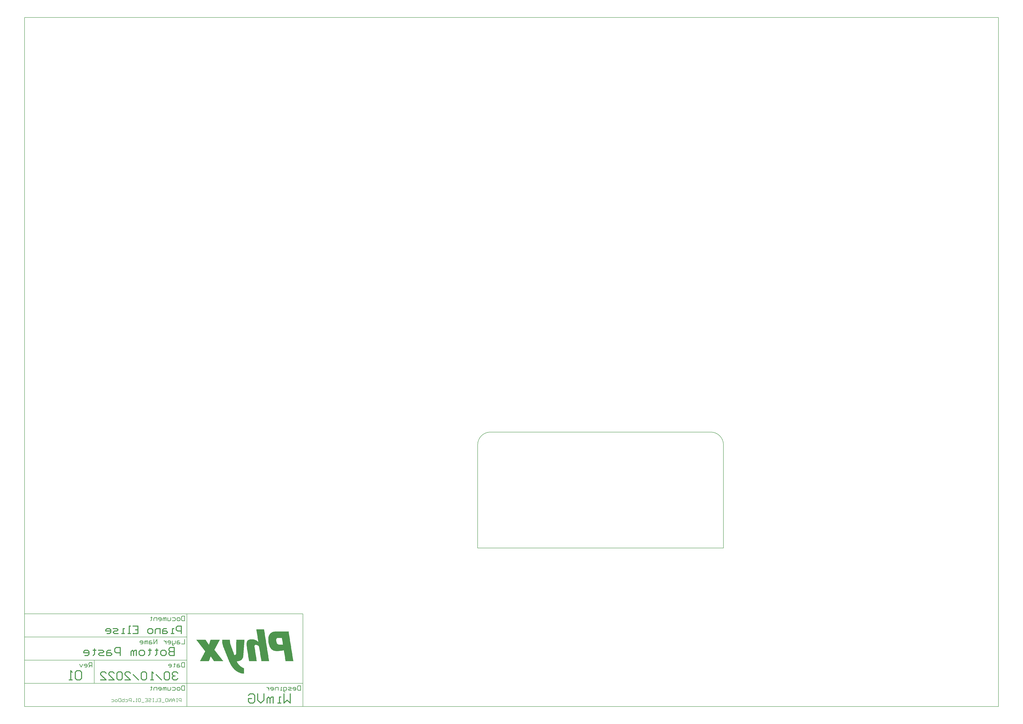
<source format=gbp>
G04*
G04 #@! TF.GenerationSoftware,Altium Limited,Altium Designer,22.10.1 (41)*
G04*
G04 Layer_Color=128*
%FSLAX25Y25*%
%MOIN*%
G70*
G04*
G04 #@! TF.SameCoordinates,8BAF8B8E-E321-4B2E-8998-6E6DE7EF2018*
G04*
G04*
G04 #@! TF.FilePolarity,Positive*
G04*
G01*
G75*
%ADD10C,0.00787*%
%ADD11C,0.00591*%
%ADD15C,0.01575*%
%ADD19C,0.00984*%
G36*
X-42265Y-141778D02*
X-43983D01*
Y-142065D01*
X-44842D01*
Y-142351D01*
X-45701D01*
Y-142637D01*
X-46560D01*
Y-142924D01*
X-47132D01*
Y-143210D01*
X-47419D01*
Y-143496D01*
X-47991D01*
Y-143783D01*
X-48278D01*
Y-144069D01*
X-48850D01*
Y-144355D01*
X-49136D01*
Y-144641D01*
X-49423D01*
Y-144928D01*
X-49709D01*
Y-145214D01*
X-49995D01*
Y-145501D01*
X-50282D01*
Y-145787D01*
X-50568D01*
Y-146073D01*
Y-146359D01*
X-50854D01*
Y-146646D01*
X-51141D01*
Y-146932D01*
Y-147218D01*
X-51427D01*
Y-147505D01*
X-51713D01*
Y-147791D01*
Y-148077D01*
X-52000D01*
Y-148364D01*
Y-148650D01*
Y-148936D01*
X-52286D01*
Y-149223D01*
Y-149509D01*
Y-149795D01*
X-52572D01*
Y-150082D01*
Y-150368D01*
Y-150654D01*
Y-150940D01*
X-52859D01*
Y-151227D01*
Y-151513D01*
Y-151799D01*
Y-152086D01*
Y-152372D01*
X-53145D01*
Y-152658D01*
Y-152945D01*
Y-153231D01*
Y-153517D01*
Y-153804D01*
Y-154090D01*
Y-154376D01*
Y-154663D01*
Y-154949D01*
Y-155235D01*
Y-155521D01*
Y-155808D01*
Y-156094D01*
Y-156380D01*
Y-156667D01*
Y-156953D01*
Y-157239D01*
Y-157526D01*
Y-157812D01*
Y-158098D01*
X-52859D01*
Y-158385D01*
Y-158671D01*
Y-158957D01*
Y-159244D01*
Y-159530D01*
Y-159816D01*
Y-160102D01*
X-52572D01*
Y-160389D01*
Y-160675D01*
Y-160961D01*
Y-161248D01*
Y-161534D01*
X-52286D01*
Y-161820D01*
Y-162107D01*
Y-162393D01*
Y-162679D01*
Y-162966D01*
X-52000D01*
Y-163252D01*
Y-163538D01*
Y-163824D01*
X-51713D01*
Y-164111D01*
Y-164397D01*
Y-164683D01*
Y-164970D01*
X-51427D01*
Y-165256D01*
Y-165542D01*
Y-165829D01*
X-51141D01*
Y-166115D01*
Y-166401D01*
X-50854D01*
Y-166688D01*
Y-166974D01*
Y-167260D01*
X-50568D01*
Y-167547D01*
Y-167833D01*
X-50282D01*
Y-168119D01*
Y-168405D01*
X-49995D01*
Y-168692D01*
Y-168978D01*
X-49709D01*
Y-169264D01*
X-49423D01*
Y-169551D01*
Y-169837D01*
X-49136D01*
Y-170123D01*
X-48850D01*
Y-170410D01*
X-48564D01*
Y-170696D01*
Y-170982D01*
X-48278D01*
Y-171269D01*
X-47991D01*
Y-171555D01*
X-47705D01*
Y-171841D01*
X-47419D01*
Y-172127D01*
X-47132D01*
Y-172414D01*
X-46560D01*
Y-172700D01*
X-46273D01*
Y-172986D01*
X-45701D01*
Y-173273D01*
X-45414D01*
Y-173559D01*
X-44842D01*
Y-173845D01*
X-43983D01*
Y-174132D01*
X-43124D01*
Y-174418D01*
X-42265D01*
Y-174704D01*
X-40547D01*
Y-174991D01*
X-35394D01*
Y-174704D01*
X-32817D01*
Y-174418D01*
X-30812D01*
Y-174132D01*
X-29381D01*
Y-173845D01*
X-27949D01*
Y-173559D01*
X-26518D01*
Y-173845D01*
Y-174132D01*
Y-174418D01*
Y-174704D01*
Y-174991D01*
Y-175277D01*
Y-175563D01*
X-26232D01*
Y-175850D01*
Y-176136D01*
Y-176422D01*
Y-176709D01*
Y-176995D01*
Y-177281D01*
X-25945D01*
Y-177568D01*
Y-177854D01*
Y-178140D01*
Y-178426D01*
Y-178713D01*
Y-178999D01*
X-25659D01*
Y-179285D01*
Y-179572D01*
Y-179858D01*
Y-180144D01*
Y-180431D01*
Y-180717D01*
Y-181003D01*
X-25372D01*
Y-181290D01*
Y-181576D01*
Y-181862D01*
Y-182149D01*
Y-182435D01*
Y-182721D01*
X-25086D01*
Y-183007D01*
Y-183294D01*
Y-183580D01*
Y-183866D01*
Y-184153D01*
Y-184439D01*
X-24800D01*
Y-184725D01*
Y-185012D01*
Y-185298D01*
Y-185584D01*
Y-185871D01*
Y-186157D01*
Y-186443D01*
X-24514D01*
Y-186730D01*
Y-187016D01*
Y-187302D01*
Y-187588D01*
Y-187875D01*
Y-188161D01*
X-24227D01*
Y-188447D01*
Y-188734D01*
Y-189020D01*
Y-189306D01*
Y-189593D01*
Y-189879D01*
X-23941D01*
Y-190165D01*
Y-190452D01*
Y-190738D01*
Y-191024D01*
Y-191311D01*
Y-191597D01*
Y-191883D01*
X-10484D01*
Y-191597D01*
X-10771D01*
Y-191311D01*
Y-191024D01*
Y-190738D01*
Y-190452D01*
Y-190165D01*
X-11057D01*
Y-189879D01*
Y-189593D01*
Y-189306D01*
Y-189020D01*
Y-188734D01*
Y-188447D01*
Y-188161D01*
X-11343D01*
Y-187875D01*
Y-187588D01*
Y-187302D01*
Y-187016D01*
Y-186730D01*
Y-186443D01*
X-11630D01*
Y-186157D01*
Y-185871D01*
Y-185584D01*
Y-185298D01*
Y-185012D01*
Y-184725D01*
X-11916D01*
Y-184439D01*
Y-184153D01*
Y-183866D01*
Y-183580D01*
Y-183294D01*
Y-183007D01*
Y-182721D01*
X-12202D01*
Y-182435D01*
Y-182149D01*
Y-181862D01*
Y-181576D01*
Y-181290D01*
Y-181003D01*
X-12488D01*
Y-180717D01*
Y-180431D01*
Y-180144D01*
Y-179858D01*
Y-179572D01*
Y-179285D01*
X-12775D01*
Y-178999D01*
Y-178713D01*
Y-178426D01*
Y-178140D01*
Y-177854D01*
Y-177568D01*
X-13061D01*
Y-177281D01*
Y-176995D01*
Y-176709D01*
Y-176422D01*
Y-176136D01*
Y-175850D01*
Y-175563D01*
X-13347D01*
Y-175277D01*
Y-174991D01*
Y-174704D01*
Y-174418D01*
Y-174132D01*
Y-173845D01*
X-13634D01*
Y-173559D01*
Y-173273D01*
Y-172986D01*
Y-172700D01*
Y-172414D01*
Y-172127D01*
X-13920D01*
Y-171841D01*
Y-171555D01*
Y-171269D01*
Y-170982D01*
Y-170696D01*
Y-170410D01*
X-14206D01*
Y-170123D01*
Y-169837D01*
Y-169551D01*
Y-169264D01*
Y-168978D01*
Y-168692D01*
Y-168405D01*
X-14493D01*
Y-168119D01*
Y-167833D01*
Y-167547D01*
Y-167260D01*
Y-166974D01*
Y-166688D01*
X-14779D01*
Y-166401D01*
Y-166115D01*
Y-165829D01*
Y-165542D01*
Y-165256D01*
Y-164970D01*
X-15065D01*
Y-164683D01*
Y-164397D01*
Y-164111D01*
Y-163824D01*
Y-163538D01*
Y-163252D01*
Y-162966D01*
X-15352D01*
Y-162679D01*
Y-162393D01*
Y-162107D01*
Y-161820D01*
Y-161534D01*
Y-161248D01*
X-15638D01*
Y-160961D01*
Y-160675D01*
Y-160389D01*
Y-160102D01*
Y-159816D01*
Y-159530D01*
X-15924D01*
Y-159244D01*
Y-158957D01*
Y-158671D01*
Y-158385D01*
Y-158098D01*
Y-157812D01*
X-16210D01*
Y-157526D01*
Y-157239D01*
Y-156953D01*
Y-156667D01*
Y-156380D01*
Y-156094D01*
Y-155808D01*
X-16497D01*
Y-155521D01*
Y-155235D01*
Y-154949D01*
Y-154663D01*
Y-154376D01*
Y-154090D01*
X-16783D01*
Y-153804D01*
Y-153517D01*
Y-153231D01*
Y-152945D01*
Y-152658D01*
Y-152372D01*
X-17069D01*
Y-152086D01*
Y-151799D01*
Y-151513D01*
Y-151227D01*
Y-150940D01*
Y-150654D01*
Y-150368D01*
X-17356D01*
Y-150082D01*
Y-149795D01*
Y-149509D01*
Y-149223D01*
Y-148936D01*
Y-148650D01*
X-17642D01*
Y-148364D01*
Y-148077D01*
Y-147791D01*
Y-147505D01*
Y-147218D01*
Y-146932D01*
X-17928D01*
Y-146646D01*
Y-146359D01*
Y-146073D01*
Y-145787D01*
Y-145501D01*
Y-145214D01*
Y-144928D01*
X-18215D01*
Y-144641D01*
Y-144355D01*
Y-144069D01*
Y-143783D01*
Y-143496D01*
Y-143210D01*
X-18501D01*
Y-142924D01*
Y-142637D01*
Y-142351D01*
Y-142065D01*
Y-141778D01*
Y-141492D01*
X-42265D01*
Y-141778D01*
D02*
G37*
G36*
X-73473Y-138343D02*
Y-138629D01*
X-73187D01*
Y-138915D01*
Y-139202D01*
Y-139488D01*
Y-139774D01*
Y-140060D01*
Y-140347D01*
X-72900D01*
Y-140633D01*
Y-140919D01*
Y-141206D01*
Y-141492D01*
Y-141778D01*
Y-142065D01*
X-72614D01*
Y-142351D01*
Y-142637D01*
Y-142924D01*
Y-143210D01*
Y-143496D01*
Y-143783D01*
Y-144069D01*
X-72328D01*
Y-144355D01*
Y-144641D01*
Y-144928D01*
Y-145214D01*
Y-145501D01*
Y-145787D01*
X-72041D01*
Y-146073D01*
Y-146359D01*
Y-146646D01*
Y-146932D01*
Y-147218D01*
Y-147505D01*
X-71755D01*
Y-147791D01*
Y-148077D01*
Y-148364D01*
Y-148650D01*
Y-148936D01*
Y-149223D01*
Y-149509D01*
X-71469D01*
Y-149795D01*
Y-150082D01*
Y-150368D01*
Y-150654D01*
Y-150940D01*
Y-151227D01*
X-71183D01*
Y-151513D01*
Y-151799D01*
Y-152086D01*
Y-152372D01*
Y-152658D01*
Y-152945D01*
X-70896D01*
Y-153231D01*
Y-153517D01*
Y-153804D01*
Y-154090D01*
Y-154376D01*
Y-154663D01*
X-70610D01*
Y-154949D01*
Y-155235D01*
Y-155521D01*
Y-155808D01*
Y-156094D01*
Y-156380D01*
Y-156667D01*
X-70324D01*
Y-156953D01*
Y-157239D01*
Y-157526D01*
Y-157812D01*
Y-158098D01*
Y-158385D01*
X-70037D01*
Y-158671D01*
Y-158957D01*
X-70610D01*
Y-158671D01*
X-70896D01*
Y-158385D01*
X-71183D01*
Y-158098D01*
X-71755D01*
Y-157812D01*
X-72041D01*
Y-157526D01*
X-72328D01*
Y-157239D01*
X-72900D01*
Y-156953D01*
X-73473D01*
Y-156667D01*
X-73759D01*
Y-156380D01*
X-74332D01*
Y-156094D01*
X-75191D01*
Y-155808D01*
X-75764D01*
Y-155521D01*
X-76622D01*
Y-155235D01*
X-78054D01*
Y-154949D01*
X-84353D01*
Y-155235D01*
X-85498D01*
Y-155521D01*
X-86357D01*
Y-155808D01*
X-86930D01*
Y-156094D01*
X-87216D01*
Y-156380D01*
X-87789D01*
Y-156667D01*
X-88075D01*
Y-156953D01*
X-88361D01*
Y-157239D01*
X-88648D01*
Y-157526D01*
X-88934D01*
Y-157812D01*
Y-158098D01*
X-89220D01*
Y-158385D01*
Y-158671D01*
X-89507D01*
Y-158957D01*
Y-159244D01*
Y-159530D01*
X-89793D01*
Y-159816D01*
Y-160102D01*
Y-160389D01*
Y-160675D01*
X-90079D01*
Y-160961D01*
Y-161248D01*
Y-161534D01*
Y-161820D01*
Y-162107D01*
Y-162393D01*
Y-162679D01*
Y-162966D01*
Y-163252D01*
Y-163538D01*
Y-163824D01*
Y-164111D01*
Y-164397D01*
Y-164683D01*
Y-164970D01*
Y-165256D01*
Y-165542D01*
Y-165829D01*
X-89793D01*
Y-166115D01*
Y-166401D01*
Y-166688D01*
Y-166974D01*
Y-167260D01*
Y-167547D01*
Y-167833D01*
X-89507D01*
Y-168119D01*
Y-168405D01*
Y-168692D01*
Y-168978D01*
Y-169264D01*
Y-169551D01*
Y-169837D01*
X-89220D01*
Y-170123D01*
Y-170410D01*
Y-170696D01*
Y-170982D01*
Y-171269D01*
Y-171555D01*
X-88934D01*
Y-171841D01*
Y-172127D01*
Y-172414D01*
Y-172700D01*
Y-172986D01*
Y-173273D01*
X-88648D01*
Y-173559D01*
Y-173845D01*
Y-174132D01*
Y-174418D01*
Y-174704D01*
Y-174991D01*
X-88361D01*
Y-175277D01*
Y-175563D01*
Y-175850D01*
Y-176136D01*
Y-176422D01*
Y-176709D01*
Y-176995D01*
X-88075D01*
Y-177281D01*
Y-177568D01*
Y-177854D01*
Y-178140D01*
Y-178426D01*
Y-178713D01*
X-87789D01*
Y-178999D01*
Y-179285D01*
Y-179572D01*
Y-179858D01*
Y-180144D01*
Y-180431D01*
X-87502D01*
Y-180717D01*
Y-181003D01*
Y-181290D01*
Y-181576D01*
Y-181862D01*
Y-182149D01*
Y-182435D01*
X-87216D01*
Y-182721D01*
Y-183007D01*
Y-183294D01*
Y-183580D01*
Y-183866D01*
Y-184153D01*
X-86930D01*
Y-184439D01*
Y-184725D01*
Y-185012D01*
Y-185298D01*
Y-185584D01*
Y-185871D01*
X-86643D01*
Y-186157D01*
Y-186443D01*
Y-186730D01*
Y-187016D01*
Y-187302D01*
Y-187588D01*
X-86357D01*
Y-187875D01*
Y-188161D01*
Y-188447D01*
Y-188734D01*
Y-189020D01*
Y-189306D01*
Y-189593D01*
X-86071D01*
Y-189879D01*
Y-190165D01*
Y-190452D01*
Y-190738D01*
Y-191024D01*
Y-191311D01*
X-85785D01*
Y-191597D01*
Y-191883D01*
X-72614D01*
Y-191597D01*
Y-191311D01*
X-72900D01*
Y-191024D01*
Y-190738D01*
Y-190452D01*
Y-190165D01*
Y-189879D01*
Y-189593D01*
X-73187D01*
Y-189306D01*
Y-189020D01*
Y-188734D01*
Y-188447D01*
Y-188161D01*
Y-187875D01*
Y-187588D01*
X-73473D01*
Y-187302D01*
Y-187016D01*
Y-186730D01*
Y-186443D01*
Y-186157D01*
Y-185871D01*
X-73759D01*
Y-185584D01*
Y-185298D01*
Y-185012D01*
Y-184725D01*
Y-184439D01*
Y-184153D01*
X-74046D01*
Y-183866D01*
Y-183580D01*
Y-183294D01*
Y-183007D01*
Y-182721D01*
Y-182435D01*
Y-182149D01*
X-74332D01*
Y-181862D01*
Y-181576D01*
Y-181290D01*
Y-181003D01*
Y-180717D01*
Y-180431D01*
X-74618D01*
Y-180144D01*
Y-179858D01*
Y-179572D01*
Y-179285D01*
Y-178999D01*
Y-178713D01*
Y-178426D01*
X-74905D01*
Y-178140D01*
Y-177854D01*
Y-177568D01*
Y-177281D01*
Y-176995D01*
Y-176709D01*
X-75191D01*
Y-176422D01*
Y-176136D01*
Y-175850D01*
Y-175563D01*
Y-175277D01*
Y-174991D01*
X-75477D01*
Y-174704D01*
Y-174418D01*
Y-174132D01*
Y-173845D01*
Y-173559D01*
Y-173273D01*
X-75764D01*
Y-172986D01*
Y-172700D01*
Y-172414D01*
Y-172127D01*
Y-171841D01*
Y-171555D01*
Y-171269D01*
X-76050D01*
Y-170982D01*
Y-170696D01*
Y-170410D01*
Y-170123D01*
Y-169837D01*
Y-169551D01*
X-76336D01*
Y-169264D01*
Y-168978D01*
Y-168692D01*
Y-168405D01*
Y-168119D01*
Y-167833D01*
Y-167547D01*
X-76622D01*
Y-167260D01*
Y-166974D01*
Y-166688D01*
Y-166401D01*
Y-166115D01*
Y-165829D01*
X-76336D01*
Y-165542D01*
Y-165256D01*
X-76050D01*
Y-164970D01*
X-75764D01*
Y-164683D01*
X-75191D01*
Y-164397D01*
X-73473D01*
Y-164683D01*
X-72041D01*
Y-164970D01*
X-71183D01*
Y-165256D01*
X-70610D01*
Y-165542D01*
X-70324D01*
Y-165829D01*
X-69751D01*
Y-166115D01*
X-69465D01*
Y-166401D01*
X-69178D01*
Y-166688D01*
Y-166974D01*
X-68892D01*
Y-167260D01*
Y-167547D01*
Y-167833D01*
X-68606D01*
Y-168119D01*
Y-168405D01*
Y-168692D01*
Y-168978D01*
Y-169264D01*
Y-169551D01*
X-68319D01*
Y-169837D01*
Y-170123D01*
Y-170410D01*
Y-170696D01*
Y-170982D01*
Y-171269D01*
Y-171555D01*
X-68033D01*
Y-171841D01*
Y-172127D01*
Y-172414D01*
Y-172700D01*
Y-172986D01*
Y-173273D01*
X-67747D01*
Y-173559D01*
Y-173845D01*
Y-174132D01*
Y-174418D01*
Y-174704D01*
Y-174991D01*
X-67461D01*
Y-175277D01*
Y-175563D01*
Y-175850D01*
Y-176136D01*
Y-176422D01*
Y-176709D01*
X-67174D01*
Y-176995D01*
Y-177281D01*
Y-177568D01*
Y-177854D01*
Y-178140D01*
Y-178426D01*
Y-178713D01*
X-66888D01*
Y-178999D01*
Y-179285D01*
Y-179572D01*
Y-179858D01*
Y-180144D01*
Y-180431D01*
X-66602D01*
Y-180717D01*
Y-181003D01*
Y-181290D01*
Y-181576D01*
Y-181862D01*
Y-182149D01*
X-66315D01*
Y-182435D01*
Y-182721D01*
Y-183007D01*
Y-183294D01*
Y-183580D01*
Y-183866D01*
Y-184153D01*
X-66029D01*
Y-184439D01*
Y-184725D01*
Y-185012D01*
Y-185298D01*
Y-185584D01*
Y-185871D01*
X-65743D01*
Y-186157D01*
Y-186443D01*
Y-186730D01*
Y-187016D01*
Y-187302D01*
Y-187588D01*
X-65456D01*
Y-187875D01*
Y-188161D01*
Y-188447D01*
Y-188734D01*
Y-189020D01*
Y-189306D01*
X-65170D01*
Y-189593D01*
Y-189879D01*
Y-190165D01*
Y-190452D01*
Y-190738D01*
Y-191024D01*
Y-191311D01*
X-64884D01*
Y-191597D01*
Y-191883D01*
X-51713D01*
Y-191597D01*
Y-191311D01*
X-52000D01*
Y-191024D01*
Y-190738D01*
Y-190452D01*
Y-190165D01*
Y-189879D01*
Y-189593D01*
Y-189306D01*
X-52286D01*
Y-189020D01*
Y-188734D01*
Y-188447D01*
Y-188161D01*
Y-187875D01*
Y-187588D01*
X-52572D01*
Y-187302D01*
Y-187016D01*
Y-186730D01*
Y-186443D01*
Y-186157D01*
Y-185871D01*
X-52859D01*
Y-185584D01*
Y-185298D01*
Y-185012D01*
Y-184725D01*
Y-184439D01*
Y-184153D01*
Y-183866D01*
X-53145D01*
Y-183580D01*
Y-183294D01*
Y-183007D01*
Y-182721D01*
Y-182435D01*
Y-182149D01*
X-53431D01*
Y-181862D01*
Y-181576D01*
Y-181290D01*
Y-181003D01*
Y-180717D01*
Y-180431D01*
X-53717D01*
Y-180144D01*
Y-179858D01*
Y-179572D01*
Y-179285D01*
Y-178999D01*
Y-178713D01*
X-54004D01*
Y-178426D01*
Y-178140D01*
Y-177854D01*
Y-177568D01*
Y-177281D01*
Y-176995D01*
Y-176709D01*
X-54290D01*
Y-176422D01*
Y-176136D01*
Y-175850D01*
Y-175563D01*
Y-175277D01*
Y-174991D01*
X-54576D01*
Y-174704D01*
Y-174418D01*
Y-174132D01*
Y-173845D01*
Y-173559D01*
Y-173273D01*
X-54863D01*
Y-172986D01*
Y-172700D01*
Y-172414D01*
Y-172127D01*
Y-171841D01*
Y-171555D01*
Y-171269D01*
X-55149D01*
Y-170982D01*
Y-170696D01*
Y-170410D01*
Y-170123D01*
Y-169837D01*
Y-169551D01*
X-55435D01*
Y-169264D01*
Y-168978D01*
Y-168692D01*
Y-168405D01*
Y-168119D01*
Y-167833D01*
X-55722D01*
Y-167547D01*
Y-167260D01*
Y-166974D01*
Y-166688D01*
Y-166401D01*
Y-166115D01*
X-56008D01*
Y-165829D01*
Y-165542D01*
Y-165256D01*
Y-164970D01*
Y-164683D01*
Y-164397D01*
Y-164111D01*
X-56294D01*
Y-163824D01*
Y-163538D01*
Y-163252D01*
Y-162966D01*
Y-162679D01*
Y-162393D01*
X-56581D01*
Y-162107D01*
Y-161820D01*
Y-161534D01*
Y-161248D01*
Y-160961D01*
Y-160675D01*
X-56867D01*
Y-160389D01*
Y-160102D01*
Y-159816D01*
Y-159530D01*
Y-159244D01*
Y-158957D01*
X-57153D01*
Y-158671D01*
Y-158385D01*
Y-158098D01*
Y-157812D01*
Y-157526D01*
Y-157239D01*
Y-156953D01*
X-57440D01*
Y-156667D01*
Y-156380D01*
Y-156094D01*
Y-155808D01*
Y-155521D01*
Y-155235D01*
X-57726D01*
Y-154949D01*
Y-154663D01*
Y-154376D01*
Y-154090D01*
Y-153804D01*
Y-153517D01*
X-58012D01*
Y-153231D01*
Y-152945D01*
Y-152658D01*
Y-152372D01*
Y-152086D01*
Y-151799D01*
Y-151513D01*
X-58298D01*
Y-151227D01*
Y-150940D01*
Y-150654D01*
Y-150368D01*
Y-150082D01*
Y-149795D01*
X-58585D01*
Y-149509D01*
Y-149223D01*
Y-148936D01*
Y-148650D01*
Y-148364D01*
Y-148077D01*
X-58871D01*
Y-147791D01*
Y-147505D01*
Y-147218D01*
Y-146932D01*
Y-146646D01*
Y-146359D01*
X-59157D01*
Y-146073D01*
Y-145787D01*
Y-145501D01*
Y-145214D01*
Y-144928D01*
Y-144641D01*
Y-144355D01*
X-59444D01*
Y-144069D01*
Y-143783D01*
Y-143496D01*
Y-143210D01*
Y-142924D01*
Y-142637D01*
X-59730D01*
Y-142351D01*
Y-142065D01*
Y-141778D01*
Y-141492D01*
Y-141206D01*
Y-140919D01*
X-60016D01*
Y-140633D01*
Y-140347D01*
Y-140060D01*
Y-139774D01*
Y-139488D01*
Y-139202D01*
Y-138915D01*
X-60303D01*
Y-138629D01*
Y-138343D01*
Y-138056D01*
X-73473D01*
Y-138343D01*
D02*
G37*
G36*
X-175400Y-155808D02*
X-175114D01*
Y-156094D01*
X-174828D01*
Y-156380D01*
Y-156667D01*
X-174541D01*
Y-156953D01*
X-174255D01*
Y-157239D01*
X-173969D01*
Y-157526D01*
Y-157812D01*
X-173683D01*
Y-158098D01*
X-173396D01*
Y-158385D01*
X-173110D01*
Y-158671D01*
X-172824D01*
Y-158957D01*
Y-159244D01*
X-172537D01*
Y-159530D01*
X-172251D01*
Y-159816D01*
X-171965D01*
Y-160102D01*
Y-160389D01*
X-171678D01*
Y-160675D01*
X-171392D01*
Y-160961D01*
X-171106D01*
Y-161248D01*
X-170819D01*
Y-161534D01*
Y-161820D01*
X-170533D01*
Y-162107D01*
X-170247D01*
Y-162393D01*
X-169960D01*
Y-162679D01*
Y-162966D01*
X-169674D01*
Y-163252D01*
X-169388D01*
Y-163538D01*
X-169102D01*
Y-163824D01*
Y-164111D01*
X-168815D01*
Y-164397D01*
X-168529D01*
Y-164683D01*
X-168243D01*
Y-164970D01*
X-167956D01*
Y-165256D01*
Y-165542D01*
X-167670D01*
Y-165829D01*
X-167384D01*
Y-166115D01*
X-167097D01*
Y-166401D01*
Y-166688D01*
X-166811D01*
Y-166974D01*
X-166525D01*
Y-167260D01*
X-166238D01*
Y-167547D01*
Y-167833D01*
X-165952D01*
Y-168119D01*
X-165666D01*
Y-168405D01*
X-165380D01*
Y-168692D01*
X-165093D01*
Y-168978D01*
Y-169264D01*
X-164807D01*
Y-169551D01*
X-164521D01*
Y-169837D01*
X-164234D01*
Y-170123D01*
Y-170410D01*
X-163948D01*
Y-170696D01*
X-163662D01*
Y-170982D01*
X-163375D01*
Y-171269D01*
Y-171555D01*
X-163089D01*
Y-171841D01*
X-162803D01*
Y-172127D01*
X-162516D01*
Y-172414D01*
X-162230D01*
Y-172700D01*
Y-172986D01*
X-161944D01*
Y-173273D01*
X-161657D01*
Y-173559D01*
X-161371D01*
Y-173845D01*
Y-174132D01*
X-161085D01*
Y-174418D01*
X-160799D01*
Y-174704D01*
X-160512D01*
Y-174991D01*
X-160226D01*
Y-175277D01*
Y-175563D01*
X-160512D01*
Y-175850D01*
Y-176136D01*
X-160799D01*
Y-176422D01*
Y-176709D01*
X-161085D01*
Y-176995D01*
X-161371D01*
Y-177281D01*
Y-177568D01*
X-161657D01*
Y-177854D01*
Y-178140D01*
X-161944D01*
Y-178426D01*
Y-178713D01*
X-162230D01*
Y-178999D01*
Y-179285D01*
X-162516D01*
Y-179572D01*
Y-179858D01*
X-162803D01*
Y-180144D01*
Y-180431D01*
X-163089D01*
Y-180717D01*
Y-181003D01*
X-163375D01*
Y-181290D01*
Y-181576D01*
X-163662D01*
Y-181862D01*
X-163948D01*
Y-182149D01*
Y-182435D01*
X-164234D01*
Y-182721D01*
Y-183007D01*
X-164521D01*
Y-183294D01*
Y-183580D01*
X-164807D01*
Y-183866D01*
Y-184153D01*
X-165093D01*
Y-184439D01*
Y-184725D01*
X-165380D01*
Y-185012D01*
Y-185298D01*
X-165666D01*
Y-185584D01*
Y-185871D01*
X-165952D01*
Y-186157D01*
X-166238D01*
Y-186443D01*
Y-186730D01*
X-166525D01*
Y-187016D01*
Y-187302D01*
X-166811D01*
Y-187588D01*
Y-187875D01*
X-167097D01*
Y-188161D01*
Y-188447D01*
X-167384D01*
Y-188734D01*
Y-189020D01*
X-167670D01*
Y-189306D01*
Y-189593D01*
X-167956D01*
Y-189879D01*
Y-190165D01*
X-168243D01*
Y-190452D01*
X-168529D01*
Y-190738D01*
Y-191024D01*
X-168815D01*
Y-191311D01*
Y-191597D01*
X-169102D01*
Y-191883D01*
X-153927D01*
Y-191597D01*
X-153641D01*
Y-191311D01*
Y-191024D01*
Y-190738D01*
X-153354D01*
Y-190452D01*
Y-190165D01*
Y-189879D01*
X-153068D01*
Y-189593D01*
Y-189306D01*
X-152782D01*
Y-189020D01*
Y-188734D01*
Y-188447D01*
X-152495D01*
Y-188161D01*
Y-187875D01*
Y-187588D01*
X-152209D01*
Y-187302D01*
Y-187016D01*
X-151923D01*
Y-186730D01*
Y-186443D01*
Y-186157D01*
X-151637D01*
Y-185871D01*
Y-185584D01*
Y-185298D01*
X-151350D01*
Y-185012D01*
Y-184725D01*
Y-184439D01*
X-151064D01*
Y-184153D01*
X-150491D01*
Y-184439D01*
Y-184725D01*
X-150205D01*
Y-185012D01*
X-149919D01*
Y-185298D01*
Y-185584D01*
X-149632D01*
Y-185871D01*
X-149346D01*
Y-186157D01*
Y-186443D01*
X-149060D01*
Y-186730D01*
X-148773D01*
Y-187016D01*
Y-187302D01*
X-148487D01*
Y-187588D01*
X-148201D01*
Y-187875D01*
X-147914D01*
Y-188161D01*
Y-188447D01*
X-147628D01*
Y-188734D01*
X-147342D01*
Y-189020D01*
Y-189306D01*
X-147055D01*
Y-189593D01*
X-146769D01*
Y-189879D01*
Y-190165D01*
X-146483D01*
Y-190452D01*
X-146196D01*
Y-190738D01*
Y-191024D01*
X-145910D01*
Y-191311D01*
X-145624D01*
Y-191597D01*
Y-191883D01*
X-129590D01*
Y-191597D01*
X-129877D01*
Y-191311D01*
X-130163D01*
Y-191024D01*
X-130449D01*
Y-190738D01*
X-130736D01*
Y-190452D01*
Y-190165D01*
X-131022D01*
Y-189879D01*
X-131308D01*
Y-189593D01*
X-131595D01*
Y-189306D01*
X-131881D01*
Y-189020D01*
Y-188734D01*
X-132167D01*
Y-188447D01*
X-132454D01*
Y-188161D01*
X-132740D01*
Y-187875D01*
Y-187588D01*
X-133026D01*
Y-187302D01*
X-133312D01*
Y-187016D01*
X-133599D01*
Y-186730D01*
X-133885D01*
Y-186443D01*
Y-186157D01*
X-134171D01*
Y-185871D01*
X-134458D01*
Y-185584D01*
X-134744D01*
Y-185298D01*
X-135030D01*
Y-185012D01*
Y-184725D01*
X-135317D01*
Y-184439D01*
X-135603D01*
Y-184153D01*
X-135889D01*
Y-183866D01*
Y-183580D01*
X-136176D01*
Y-183294D01*
X-136462D01*
Y-183007D01*
X-136748D01*
Y-182721D01*
X-137034D01*
Y-182435D01*
Y-182149D01*
X-137321D01*
Y-181862D01*
X-137607D01*
Y-181576D01*
X-137893D01*
Y-181290D01*
Y-181003D01*
X-138180D01*
Y-180717D01*
X-138466D01*
Y-180431D01*
X-138752D01*
Y-180144D01*
X-139039D01*
Y-179858D01*
Y-179572D01*
X-139325D01*
Y-179285D01*
X-139611D01*
Y-178999D01*
X-139898D01*
Y-178713D01*
Y-178426D01*
X-140184D01*
Y-178140D01*
X-140470D01*
Y-177854D01*
X-140757D01*
Y-177568D01*
X-141043D01*
Y-177281D01*
Y-176995D01*
X-141329D01*
Y-176709D01*
X-141615D01*
Y-176422D01*
X-141902D01*
Y-176136D01*
X-142188D01*
Y-175850D01*
Y-175563D01*
X-142474D01*
Y-175277D01*
X-142761D01*
Y-174991D01*
X-143047D01*
Y-174704D01*
Y-174418D01*
X-143333D01*
Y-174132D01*
X-143620D01*
Y-173845D01*
X-143906D01*
Y-173559D01*
X-144192D01*
Y-173273D01*
Y-172986D01*
X-144479D01*
Y-172700D01*
Y-172414D01*
Y-172127D01*
X-144192D01*
Y-171841D01*
X-143906D01*
Y-171555D01*
Y-171269D01*
X-143620D01*
Y-170982D01*
Y-170696D01*
X-143333D01*
Y-170410D01*
Y-170123D01*
X-143047D01*
Y-169837D01*
Y-169551D01*
X-142761D01*
Y-169264D01*
Y-168978D01*
X-142474D01*
Y-168692D01*
Y-168405D01*
X-142188D01*
Y-168119D01*
X-141902D01*
Y-167833D01*
Y-167547D01*
X-141615D01*
Y-167260D01*
Y-166974D01*
X-141329D01*
Y-166688D01*
Y-166401D01*
X-141043D01*
Y-166115D01*
Y-165829D01*
X-140757D01*
Y-165542D01*
Y-165256D01*
X-140470D01*
Y-164970D01*
Y-164683D01*
X-140184D01*
Y-164397D01*
X-139898D01*
Y-164111D01*
Y-163824D01*
X-139611D01*
Y-163538D01*
Y-163252D01*
X-139325D01*
Y-162966D01*
Y-162679D01*
X-139039D01*
Y-162393D01*
Y-162107D01*
X-138752D01*
Y-161820D01*
Y-161534D01*
X-138466D01*
Y-161248D01*
Y-160961D01*
X-138180D01*
Y-160675D01*
Y-160389D01*
X-137893D01*
Y-160102D01*
X-137607D01*
Y-159816D01*
Y-159530D01*
X-137321D01*
Y-159244D01*
Y-158957D01*
X-137034D01*
Y-158671D01*
Y-158385D01*
X-136748D01*
Y-158098D01*
Y-157812D01*
X-136462D01*
Y-157526D01*
Y-157239D01*
X-136176D01*
Y-156953D01*
Y-156667D01*
X-135889D01*
Y-156380D01*
X-135603D01*
Y-156094D01*
Y-155808D01*
X-135317D01*
Y-155521D01*
X-151064D01*
Y-155808D01*
X-151350D01*
Y-156094D01*
Y-156380D01*
Y-156667D01*
X-151637D01*
Y-156953D01*
Y-157239D01*
Y-157526D01*
X-151923D01*
Y-157812D01*
Y-158098D01*
Y-158385D01*
X-152209D01*
Y-158671D01*
Y-158957D01*
Y-159244D01*
X-152495D01*
Y-159530D01*
Y-159816D01*
Y-160102D01*
X-152782D01*
Y-160389D01*
Y-160675D01*
Y-160961D01*
X-153068D01*
Y-161248D01*
Y-161534D01*
Y-161820D01*
X-153354D01*
Y-162107D01*
Y-162393D01*
Y-162679D01*
X-153641D01*
Y-162966D01*
Y-163252D01*
Y-163538D01*
Y-163824D01*
X-154213D01*
Y-163538D01*
X-154500D01*
Y-163252D01*
X-154786D01*
Y-162966D01*
Y-162679D01*
X-155072D01*
Y-162393D01*
X-155359D01*
Y-162107D01*
Y-161820D01*
X-155645D01*
Y-161534D01*
X-155931D01*
Y-161248D01*
Y-160961D01*
X-156218D01*
Y-160675D01*
X-156504D01*
Y-160389D01*
Y-160102D01*
X-156790D01*
Y-159816D01*
X-157076D01*
Y-159530D01*
Y-159244D01*
X-157363D01*
Y-158957D01*
X-157649D01*
Y-158671D01*
Y-158385D01*
X-157935D01*
Y-158098D01*
X-158222D01*
Y-157812D01*
Y-157526D01*
X-158508D01*
Y-157239D01*
X-158794D01*
Y-156953D01*
Y-156667D01*
X-159081D01*
Y-156380D01*
X-159367D01*
Y-156094D01*
Y-155808D01*
X-159653D01*
Y-155521D01*
X-175400D01*
Y-155808D01*
D02*
G37*
G36*
X-131308D02*
Y-156094D01*
Y-156380D01*
Y-156667D01*
Y-156953D01*
Y-157239D01*
Y-157526D01*
Y-157812D01*
Y-158098D01*
Y-158385D01*
Y-158671D01*
Y-158957D01*
Y-159244D01*
Y-159530D01*
Y-159816D01*
Y-160102D01*
Y-160389D01*
Y-160675D01*
Y-160961D01*
Y-161248D01*
Y-161534D01*
X-131022D01*
Y-161820D01*
Y-162107D01*
Y-162393D01*
Y-162679D01*
Y-162966D01*
X-130736D01*
Y-163252D01*
Y-163538D01*
Y-163824D01*
Y-164111D01*
X-130449D01*
Y-164397D01*
Y-164683D01*
Y-164970D01*
Y-165256D01*
X-130163D01*
Y-165542D01*
Y-165829D01*
Y-166115D01*
X-129877D01*
Y-166401D01*
Y-166688D01*
Y-166974D01*
X-129590D01*
Y-167260D01*
Y-167547D01*
Y-167833D01*
X-129304D01*
Y-168119D01*
Y-168405D01*
Y-168692D01*
X-129018D01*
Y-168978D01*
Y-169264D01*
X-128731D01*
Y-169551D01*
Y-169837D01*
X-128445D01*
Y-170123D01*
Y-170410D01*
Y-170696D01*
X-128159D01*
Y-170982D01*
Y-171269D01*
X-127873D01*
Y-171555D01*
Y-171841D01*
Y-172127D01*
X-127586D01*
Y-172414D01*
Y-172700D01*
X-127300D01*
Y-172986D01*
Y-173273D01*
Y-173559D01*
X-127014D01*
Y-173845D01*
Y-174132D01*
X-126727D01*
Y-174418D01*
Y-174704D01*
Y-174991D01*
X-126441D01*
Y-175277D01*
Y-175563D01*
X-126155D01*
Y-175850D01*
Y-176136D01*
Y-176422D01*
X-125868D01*
Y-176709D01*
Y-176995D01*
X-125582D01*
Y-177281D01*
Y-177568D01*
Y-177854D01*
X-125296D01*
Y-178140D01*
Y-178426D01*
X-125009D01*
Y-178713D01*
Y-178999D01*
Y-179285D01*
X-124723D01*
Y-179572D01*
Y-179858D01*
X-124437D01*
Y-180144D01*
Y-180431D01*
Y-180717D01*
X-124150D01*
Y-181003D01*
Y-181290D01*
X-123864D01*
Y-181576D01*
Y-181862D01*
Y-182149D01*
X-123578D01*
Y-182435D01*
Y-182721D01*
X-123292D01*
Y-183007D01*
Y-183294D01*
Y-183580D01*
X-123005D01*
Y-183866D01*
Y-184153D01*
X-122719D01*
Y-184439D01*
Y-184725D01*
Y-185012D01*
X-122433D01*
Y-185298D01*
Y-185584D01*
X-122146D01*
Y-185871D01*
Y-186157D01*
Y-186443D01*
X-121860D01*
Y-186730D01*
Y-187016D01*
X-121574D01*
Y-187302D01*
Y-187588D01*
Y-187875D01*
X-121287D01*
Y-188161D01*
Y-188447D01*
X-121001D01*
Y-188734D01*
Y-189020D01*
Y-189306D01*
X-120715D01*
Y-189593D01*
Y-189879D01*
X-120428D01*
Y-190165D01*
Y-190452D01*
Y-190738D01*
X-120142D01*
Y-191024D01*
Y-191311D01*
X-119856D01*
Y-191597D01*
Y-191883D01*
Y-192169D01*
X-119569D01*
Y-192456D01*
Y-192742D01*
X-119283D01*
Y-193028D01*
Y-193315D01*
X-118997D01*
Y-193601D01*
Y-193887D01*
X-118710D01*
Y-194174D01*
Y-194460D01*
Y-194746D01*
X-118424D01*
Y-195033D01*
X-118138D01*
Y-195319D01*
Y-195605D01*
Y-195891D01*
X-117852D01*
Y-196178D01*
X-117565D01*
Y-196464D01*
Y-196750D01*
X-117279D01*
Y-197037D01*
Y-197323D01*
X-116993D01*
Y-197609D01*
Y-197896D01*
X-116706D01*
Y-198182D01*
Y-198468D01*
X-116420D01*
Y-198755D01*
X-116134D01*
Y-199041D01*
Y-199327D01*
X-115847D01*
Y-199614D01*
Y-199900D01*
X-115561D01*
Y-200186D01*
X-115275D01*
Y-200472D01*
X-114988D01*
Y-200759D01*
Y-201045D01*
X-114702D01*
Y-201331D01*
X-114416D01*
Y-201618D01*
Y-201904D01*
X-114129D01*
Y-202190D01*
X-113843D01*
Y-202477D01*
X-113557D01*
Y-202763D01*
Y-203049D01*
X-113271D01*
Y-203336D01*
X-112984D01*
Y-203622D01*
X-112698D01*
Y-203908D01*
X-112412D01*
Y-204195D01*
X-112125D01*
Y-204481D01*
Y-204767D01*
X-111839D01*
Y-205053D01*
X-111553D01*
Y-205340D01*
X-111266D01*
Y-205626D01*
X-110980D01*
Y-205912D01*
X-110694D01*
Y-206199D01*
X-110407D01*
Y-206485D01*
X-110121D01*
Y-206771D01*
X-109548D01*
Y-207058D01*
X-109262D01*
Y-207344D01*
X-108976D01*
Y-207630D01*
X-108689D01*
Y-207917D01*
X-108403D01*
Y-208203D01*
X-107831D01*
Y-208489D01*
X-107544D01*
Y-208776D01*
X-106972D01*
Y-209062D01*
X-106685D01*
Y-209348D01*
X-106113D01*
Y-209634D01*
X-105826D01*
Y-209921D01*
X-105254D01*
Y-210207D01*
X-104681D01*
Y-210493D01*
X-104109D01*
Y-210780D01*
X-103536D01*
Y-211066D01*
X-102963D01*
Y-211352D01*
X-102104D01*
Y-211639D01*
X-101532D01*
Y-211925D01*
X-100673D01*
Y-212211D01*
X-99528D01*
Y-212498D01*
X-98382D01*
Y-212784D01*
X-96664D01*
Y-213070D01*
X-94660D01*
Y-213357D01*
X-94374D01*
Y-213070D01*
Y-212784D01*
Y-212498D01*
Y-212211D01*
Y-211925D01*
Y-211639D01*
Y-211352D01*
Y-211066D01*
Y-210780D01*
Y-210493D01*
Y-210207D01*
Y-209921D01*
Y-209634D01*
Y-209348D01*
Y-209062D01*
Y-208776D01*
Y-208489D01*
Y-208203D01*
Y-207917D01*
Y-207630D01*
Y-207344D01*
Y-207058D01*
Y-206771D01*
Y-206485D01*
Y-206199D01*
Y-205912D01*
Y-205626D01*
Y-205340D01*
Y-205053D01*
Y-204767D01*
Y-204481D01*
Y-204195D01*
Y-203908D01*
X-94946D01*
Y-203622D01*
X-95519D01*
Y-203336D01*
X-96092D01*
Y-203049D01*
X-96664D01*
Y-202763D01*
X-97237D01*
Y-202477D01*
X-97810D01*
Y-202190D01*
X-98096D01*
Y-201904D01*
X-98669D01*
Y-201618D01*
X-98955D01*
Y-201331D01*
X-99528D01*
Y-201045D01*
X-99814D01*
Y-200759D01*
X-100100D01*
Y-200472D01*
X-100673D01*
Y-200186D01*
X-100959D01*
Y-199900D01*
X-101245D01*
Y-199614D01*
X-101532D01*
Y-199327D01*
X-101818D01*
Y-199041D01*
X-102104D01*
Y-198755D01*
X-102391D01*
Y-198468D01*
X-102677D01*
Y-198182D01*
X-102963D01*
Y-197896D01*
X-103250D01*
Y-197609D01*
X-103536D01*
Y-197323D01*
X-103822D01*
Y-197037D01*
Y-196750D01*
X-104109D01*
Y-196464D01*
X-104395D01*
Y-196178D01*
X-104681D01*
Y-195891D01*
Y-195605D01*
X-104967D01*
Y-195319D01*
X-105254D01*
Y-195033D01*
Y-194746D01*
X-105540D01*
Y-194460D01*
Y-194174D01*
X-105826D01*
Y-193887D01*
X-106113D01*
Y-193601D01*
Y-193315D01*
X-106399D01*
Y-193028D01*
Y-192742D01*
X-106685D01*
Y-192456D01*
Y-192169D01*
X-104967D01*
Y-191883D01*
X-102963D01*
Y-191597D01*
X-101818D01*
Y-191311D01*
X-101245D01*
Y-191024D01*
X-100387D01*
Y-190738D01*
X-99814D01*
Y-190452D01*
X-99528D01*
Y-190165D01*
X-98955D01*
Y-189879D01*
X-98669D01*
Y-189593D01*
X-98382D01*
Y-189306D01*
X-98096D01*
Y-189020D01*
X-97810D01*
Y-188734D01*
X-97523D01*
Y-188447D01*
Y-188161D01*
X-97237D01*
Y-187875D01*
X-96951D01*
Y-187588D01*
Y-187302D01*
X-96664D01*
Y-187016D01*
Y-186730D01*
X-96378D01*
Y-186443D01*
Y-186157D01*
X-96092D01*
Y-185871D01*
Y-185584D01*
Y-185298D01*
X-95806D01*
Y-185012D01*
Y-184725D01*
Y-184439D01*
Y-184153D01*
X-95519D01*
Y-183866D01*
Y-183580D01*
Y-183294D01*
Y-183007D01*
Y-182721D01*
Y-182435D01*
Y-182149D01*
X-95233D01*
Y-181862D01*
Y-181576D01*
Y-181290D01*
Y-181003D01*
Y-180717D01*
Y-180431D01*
Y-180144D01*
Y-179858D01*
Y-179572D01*
Y-179285D01*
Y-178999D01*
Y-178713D01*
Y-178426D01*
Y-178140D01*
Y-177854D01*
X-94946D01*
Y-177568D01*
Y-177281D01*
Y-176995D01*
Y-176709D01*
Y-176422D01*
Y-176136D01*
Y-175850D01*
Y-175563D01*
Y-175277D01*
Y-174991D01*
Y-174704D01*
Y-174418D01*
Y-174132D01*
Y-173845D01*
Y-173559D01*
X-94660D01*
Y-173273D01*
Y-172986D01*
Y-172700D01*
Y-172414D01*
Y-172127D01*
Y-171841D01*
Y-171555D01*
Y-171269D01*
Y-170982D01*
Y-170696D01*
Y-170410D01*
Y-170123D01*
Y-169837D01*
Y-169551D01*
Y-169264D01*
Y-168978D01*
X-94374D01*
Y-168692D01*
Y-168405D01*
Y-168119D01*
Y-167833D01*
Y-167547D01*
Y-167260D01*
Y-166974D01*
Y-166688D01*
Y-166401D01*
Y-166115D01*
Y-165829D01*
Y-165542D01*
Y-165256D01*
Y-164970D01*
Y-164683D01*
Y-164397D01*
X-94088D01*
Y-164111D01*
Y-163824D01*
Y-163538D01*
Y-163252D01*
Y-162966D01*
Y-162679D01*
Y-162393D01*
Y-162107D01*
Y-161820D01*
Y-161534D01*
Y-161248D01*
Y-160961D01*
Y-160675D01*
Y-160389D01*
X-93801D01*
Y-160102D01*
Y-159816D01*
Y-159530D01*
Y-159244D01*
Y-158957D01*
Y-158671D01*
Y-158385D01*
Y-158098D01*
Y-157812D01*
Y-157526D01*
Y-157239D01*
Y-156953D01*
Y-156667D01*
Y-156380D01*
Y-156094D01*
Y-155808D01*
X-93515D01*
Y-155521D01*
X-107258D01*
Y-155808D01*
Y-156094D01*
Y-156380D01*
Y-156667D01*
Y-156953D01*
Y-157239D01*
Y-157526D01*
Y-157812D01*
Y-158098D01*
Y-158385D01*
Y-158671D01*
Y-158957D01*
Y-159244D01*
Y-159530D01*
X-107544D01*
Y-159816D01*
Y-160102D01*
Y-160389D01*
Y-160675D01*
Y-160961D01*
Y-161248D01*
Y-161534D01*
Y-161820D01*
Y-162107D01*
Y-162393D01*
Y-162679D01*
Y-162966D01*
Y-163252D01*
Y-163538D01*
Y-163824D01*
Y-164111D01*
Y-164397D01*
Y-164683D01*
Y-164970D01*
Y-165256D01*
Y-165542D01*
Y-165829D01*
Y-166115D01*
Y-166401D01*
Y-166688D01*
Y-166974D01*
Y-167260D01*
Y-167547D01*
Y-167833D01*
Y-168119D01*
Y-168405D01*
Y-168692D01*
Y-168978D01*
Y-169264D01*
Y-169551D01*
Y-169837D01*
Y-170123D01*
Y-170410D01*
Y-170696D01*
Y-170982D01*
Y-171269D01*
X-107831D01*
Y-171555D01*
X-107544D01*
Y-171841D01*
Y-172127D01*
X-107831D01*
Y-172414D01*
Y-172700D01*
Y-172986D01*
Y-173273D01*
Y-173559D01*
Y-173845D01*
Y-174132D01*
Y-174418D01*
Y-174704D01*
Y-174991D01*
Y-175277D01*
Y-175563D01*
Y-175850D01*
Y-176136D01*
Y-176422D01*
Y-176709D01*
Y-176995D01*
Y-177281D01*
Y-177568D01*
Y-177854D01*
Y-178140D01*
Y-178426D01*
Y-178713D01*
Y-178999D01*
Y-179285D01*
Y-179572D01*
X-108117D01*
Y-179858D01*
Y-180144D01*
Y-180431D01*
X-108403D01*
Y-180717D01*
X-108689D01*
Y-181003D01*
X-108976D01*
Y-181290D01*
X-109835D01*
Y-181576D01*
X-110694D01*
Y-181290D01*
X-110980D01*
Y-181003D01*
Y-180717D01*
Y-180431D01*
X-111266D01*
Y-180144D01*
Y-179858D01*
X-111553D01*
Y-179572D01*
Y-179285D01*
Y-178999D01*
X-111839D01*
Y-178713D01*
Y-178426D01*
Y-178140D01*
X-112125D01*
Y-177854D01*
Y-177568D01*
Y-177281D01*
X-112412D01*
Y-176995D01*
Y-176709D01*
Y-176422D01*
X-112698D01*
Y-176136D01*
Y-175850D01*
X-112984D01*
Y-175563D01*
Y-175277D01*
Y-174991D01*
X-113271D01*
Y-174704D01*
Y-174418D01*
Y-174132D01*
X-113557D01*
Y-173845D01*
Y-173559D01*
Y-173273D01*
X-113843D01*
Y-172986D01*
Y-172700D01*
X-114129D01*
Y-172414D01*
Y-172127D01*
Y-171841D01*
X-114416D01*
Y-171555D01*
Y-171269D01*
Y-170982D01*
X-114702D01*
Y-170696D01*
Y-170410D01*
Y-170123D01*
X-114988D01*
Y-169837D01*
Y-169551D01*
X-115275D01*
Y-169264D01*
Y-168978D01*
Y-168692D01*
X-115561D01*
Y-168405D01*
Y-168119D01*
Y-167833D01*
X-115847D01*
Y-167547D01*
Y-167260D01*
Y-166974D01*
X-116134D01*
Y-166688D01*
Y-166401D01*
X-116420D01*
Y-166115D01*
Y-165829D01*
Y-165542D01*
X-116706D01*
Y-165256D01*
Y-164970D01*
Y-164683D01*
X-116993D01*
Y-164397D01*
Y-164111D01*
Y-163824D01*
X-117279D01*
Y-163538D01*
Y-163252D01*
Y-162966D01*
Y-162679D01*
X-117565D01*
Y-162393D01*
Y-162107D01*
Y-161820D01*
Y-161534D01*
X-117852D01*
Y-161248D01*
Y-160961D01*
Y-160675D01*
Y-160389D01*
Y-160102D01*
X-118138D01*
Y-159816D01*
Y-159530D01*
Y-159244D01*
Y-158957D01*
Y-158671D01*
Y-158385D01*
X-118424D01*
Y-158098D01*
Y-157812D01*
Y-157526D01*
Y-157239D01*
Y-156953D01*
Y-156667D01*
Y-156380D01*
Y-156094D01*
Y-155808D01*
Y-155521D01*
X-131308D01*
Y-155808D01*
D02*
G37*
%LPC*%
G36*
X-37970Y-152658D02*
X-29954D01*
Y-152945D01*
Y-153231D01*
Y-153517D01*
Y-153804D01*
Y-154090D01*
X-29667D01*
Y-154376D01*
Y-154663D01*
Y-154949D01*
Y-155235D01*
Y-155521D01*
Y-155808D01*
X-29381D01*
Y-156094D01*
Y-156380D01*
Y-156667D01*
Y-156953D01*
Y-157239D01*
Y-157526D01*
X-29095D01*
Y-157812D01*
Y-158098D01*
Y-158385D01*
Y-158671D01*
Y-158957D01*
Y-159244D01*
X-28808D01*
Y-159530D01*
Y-159816D01*
Y-160102D01*
Y-160389D01*
Y-160675D01*
Y-160961D01*
Y-161248D01*
X-28522D01*
Y-161534D01*
Y-161820D01*
Y-162107D01*
Y-162393D01*
Y-162679D01*
Y-162966D01*
X-28236D01*
Y-163252D01*
Y-163538D01*
Y-163824D01*
X-35394D01*
Y-163538D01*
X-36539D01*
Y-163252D01*
X-37111D01*
Y-162966D01*
X-37398D01*
Y-162679D01*
X-37684D01*
Y-162393D01*
X-37970D01*
Y-162107D01*
X-38257D01*
Y-161820D01*
Y-161534D01*
X-38543D01*
Y-161248D01*
Y-160961D01*
X-38829D01*
Y-160675D01*
Y-160389D01*
X-39116D01*
Y-160102D01*
Y-159816D01*
Y-159530D01*
Y-159244D01*
X-39402D01*
Y-158957D01*
Y-158671D01*
Y-158385D01*
Y-158098D01*
Y-157812D01*
X-39688D01*
Y-157526D01*
Y-157239D01*
Y-156953D01*
Y-156667D01*
Y-156380D01*
Y-156094D01*
Y-155808D01*
Y-155521D01*
Y-155235D01*
Y-154949D01*
Y-154663D01*
X-39402D01*
Y-154376D01*
Y-154090D01*
X-39116D01*
Y-153804D01*
Y-153517D01*
X-38829D01*
Y-153231D01*
X-38543D01*
Y-152945D01*
X-37970D01*
Y-152658D01*
D02*
G37*
%LPD*%
D10*
X-348811Y-229571D02*
Y-190201D01*
X-191331Y-150831D02*
X-466922D01*
X-191331Y-190201D02*
X-466922D01*
X5519Y-229571D02*
X-466922D01*
X5519Y-111461D02*
X-466922D01*
X5519Y-268941D02*
Y-111461D01*
X-191331Y-268941D02*
Y-111461D01*
X1186622Y900350D02*
X-466922D01*
Y-268941D02*
Y900350D01*
X1186622Y-268941D02*
Y900350D01*
Y-268941D02*
X-466922D01*
X-201173Y-261067D02*
Y-255164D01*
X-204125D01*
X-205109Y-256147D01*
Y-258115D01*
X-204125Y-259099D01*
X-201173D01*
X-207077Y-255164D02*
X-209045D01*
X-208061D01*
Y-261067D01*
X-207077D01*
X-209045D01*
X-211997D02*
Y-257131D01*
X-213965Y-255164D01*
X-215932Y-257131D01*
Y-261067D01*
Y-258115D01*
X-211997D01*
X-217900Y-261067D02*
Y-255164D01*
X-221836Y-261067D01*
Y-255164D01*
X-226756D02*
X-224788D01*
X-223804Y-256147D01*
Y-260083D01*
X-224788Y-261067D01*
X-226756D01*
X-227740Y-260083D01*
Y-256147D01*
X-226756Y-255164D01*
X-229708Y-262051D02*
X-233643D01*
X-239547Y-255164D02*
X-235611D01*
Y-261067D01*
X-239547D01*
X-235611Y-258115D02*
X-237579D01*
X-241515Y-255164D02*
Y-261067D01*
X-245450D01*
X-247418Y-255164D02*
X-249386D01*
X-248402D01*
Y-261067D01*
X-247418D01*
X-249386D01*
X-256274Y-256147D02*
X-255290Y-255164D01*
X-253322D01*
X-252338Y-256147D01*
Y-257131D01*
X-253322Y-258115D01*
X-255290D01*
X-256274Y-259099D01*
Y-260083D01*
X-255290Y-261067D01*
X-253322D01*
X-252338Y-260083D01*
X-262177Y-255164D02*
X-258242D01*
Y-261067D01*
X-262177D01*
X-258242Y-258115D02*
X-260209D01*
X-264145Y-262051D02*
X-268081D01*
X-270049Y-256147D02*
X-271033Y-255164D01*
X-273001D01*
X-273985Y-256147D01*
Y-260083D01*
X-273001Y-261067D01*
X-271033D01*
X-270049Y-260083D01*
Y-256147D01*
X-275953Y-261067D02*
X-277920D01*
X-276936D01*
Y-255164D01*
X-275953Y-256147D01*
X-280872Y-261067D02*
Y-260083D01*
X-281856D01*
Y-261067D01*
X-280872D01*
X-285792D02*
Y-255164D01*
X-288744D01*
X-289728Y-256147D01*
Y-258115D01*
X-288744Y-259099D01*
X-285792D01*
X-295631Y-257131D02*
X-292679D01*
X-291695Y-258115D01*
Y-260083D01*
X-292679Y-261067D01*
X-295631D01*
X-297599Y-255164D02*
Y-261067D01*
X-300551D01*
X-301535Y-260083D01*
Y-259099D01*
Y-258115D01*
X-300551Y-257131D01*
X-297599D01*
X-303503Y-255164D02*
Y-261067D01*
X-306454D01*
X-307438Y-260083D01*
Y-256147D01*
X-306454Y-255164D01*
X-303503D01*
X-310390Y-261067D02*
X-312358D01*
X-313342Y-260083D01*
Y-258115D01*
X-312358Y-257131D01*
X-310390D01*
X-309406Y-258115D01*
Y-260083D01*
X-310390Y-261067D01*
X-319246Y-257131D02*
X-316294D01*
X-315310Y-258115D01*
Y-260083D01*
X-316294Y-261067D01*
X-319246D01*
D11*
X719700Y175197D02*
G03*
X698047Y196850I-21654J0D01*
G01*
X324031D02*
G03*
X302377Y175197I0J-21654D01*
G01*
X719700Y0D02*
Y175197D01*
X698047Y196850D02*
X324031D01*
X302377Y175197D02*
X302377Y0D01*
X719700D02*
X302377D01*
D15*
X-212985Y-168552D02*
Y-182327D01*
X-219872D01*
X-222168Y-180031D01*
Y-177735D01*
X-219872Y-175439D01*
X-212985D01*
X-219872D01*
X-222168Y-173144D01*
Y-170848D01*
X-219872Y-168552D01*
X-212985D01*
X-229056Y-182327D02*
X-233647D01*
X-235943Y-180031D01*
Y-175439D01*
X-233647Y-173144D01*
X-229056D01*
X-226760Y-175439D01*
Y-180031D01*
X-229056Y-182327D01*
X-242831Y-170848D02*
Y-173144D01*
X-240535D01*
X-245126D01*
X-242831D01*
Y-180031D01*
X-245126Y-182327D01*
X-254310Y-170848D02*
Y-173144D01*
X-252014D01*
X-256606D01*
X-254310D01*
Y-180031D01*
X-256606Y-182327D01*
X-265789D02*
X-270381D01*
X-272677Y-180031D01*
Y-175439D01*
X-270381Y-173144D01*
X-265789D01*
X-263493Y-175439D01*
Y-180031D01*
X-265789Y-182327D01*
X-277268D02*
Y-173144D01*
X-279564D01*
X-281860Y-175439D01*
Y-182327D01*
Y-175439D01*
X-284156Y-173144D01*
X-286452Y-175439D01*
Y-182327D01*
X-304818D02*
Y-168552D01*
X-311706D01*
X-314002Y-170848D01*
Y-175439D01*
X-311706Y-177735D01*
X-304818D01*
X-320889Y-173144D02*
X-325481D01*
X-327777Y-175439D01*
Y-182327D01*
X-320889D01*
X-318594Y-180031D01*
X-320889Y-177735D01*
X-327777D01*
X-332369Y-182327D02*
X-339256D01*
X-341552Y-180031D01*
X-339256Y-177735D01*
X-334664D01*
X-332369Y-175439D01*
X-334664Y-173144D01*
X-341552D01*
X-348440Y-170848D02*
Y-173144D01*
X-346144D01*
X-350735D01*
X-348440D01*
Y-180031D01*
X-350735Y-182327D01*
X-364510D02*
X-359919D01*
X-357623Y-180031D01*
Y-175439D01*
X-359919Y-173144D01*
X-364510D01*
X-366806Y-175439D01*
Y-177735D01*
X-357623D01*
X-16134Y-247293D02*
Y-263036D01*
X-21382Y-257788D01*
X-26629Y-263036D01*
Y-247293D01*
X-31877Y-263036D02*
X-37125D01*
X-34501D01*
Y-252540D01*
X-31877D01*
X-44996Y-263036D02*
Y-252540D01*
X-47620D01*
X-50244Y-255164D01*
Y-263036D01*
Y-255164D01*
X-52868Y-252540D01*
X-55492Y-255164D01*
Y-263036D01*
X-60739Y-247293D02*
Y-257788D01*
X-65987Y-263036D01*
X-71235Y-257788D01*
Y-247293D01*
X-86977Y-249917D02*
X-84354Y-247293D01*
X-79106D01*
X-76482Y-249917D01*
Y-260412D01*
X-79106Y-263036D01*
X-84354D01*
X-86977Y-260412D01*
Y-255164D01*
X-81730D01*
X-370465Y-210546D02*
X-373089Y-207923D01*
X-378336D01*
X-380960Y-210546D01*
Y-221042D01*
X-378336Y-223665D01*
X-373089D01*
X-370465Y-221042D01*
Y-210546D01*
X-386208Y-223665D02*
X-391456D01*
X-388832D01*
Y-207923D01*
X-386208Y-210546D01*
X-207079Y-212186D02*
X-209375Y-209890D01*
X-213967D01*
X-216262Y-212186D01*
Y-214482D01*
X-213967Y-216778D01*
X-211671D01*
X-213967D01*
X-216262Y-219074D01*
Y-221370D01*
X-213967Y-223665D01*
X-209375D01*
X-207079Y-221370D01*
X-220854Y-212186D02*
X-223150Y-209890D01*
X-227742D01*
X-230037Y-212186D01*
Y-221370D01*
X-227742Y-223665D01*
X-223150D01*
X-220854Y-221370D01*
Y-212186D01*
X-234629Y-223665D02*
X-243813Y-214482D01*
X-248404Y-223665D02*
X-252996D01*
X-250700D01*
Y-209890D01*
X-248404Y-212186D01*
X-259883D02*
X-262179Y-209890D01*
X-266771D01*
X-269067Y-212186D01*
Y-221370D01*
X-266771Y-223665D01*
X-262179D01*
X-259883Y-221370D01*
Y-212186D01*
X-273659Y-223665D02*
X-282842Y-214482D01*
X-296617Y-223665D02*
X-287434D01*
X-296617Y-214482D01*
Y-212186D01*
X-294321Y-209890D01*
X-289729D01*
X-287434Y-212186D01*
X-301209D02*
X-303505Y-209890D01*
X-308096D01*
X-310392Y-212186D01*
Y-221370D01*
X-308096Y-223665D01*
X-303505D01*
X-301209Y-221370D01*
Y-212186D01*
X-324167Y-223665D02*
X-314984D01*
X-324167Y-214482D01*
Y-212186D01*
X-321871Y-209890D01*
X-317280D01*
X-314984Y-212186D01*
X-337942Y-223665D02*
X-328759D01*
X-337942Y-214482D01*
Y-212186D01*
X-335647Y-209890D01*
X-331055D01*
X-328759Y-212186D01*
X-201173Y-144925D02*
Y-132331D01*
X-207471D01*
X-209570Y-134430D01*
Y-138628D01*
X-207471Y-140727D01*
X-201173D01*
X-213768Y-144925D02*
X-217966D01*
X-215867D01*
Y-136529D01*
X-213768D01*
X-226362D02*
X-230560D01*
X-232659Y-138628D01*
Y-144925D01*
X-226362D01*
X-224263Y-142826D01*
X-226362Y-140727D01*
X-232659D01*
X-236858Y-144925D02*
Y-136529D01*
X-243155D01*
X-245254Y-138628D01*
Y-144925D01*
X-251551D02*
X-255749D01*
X-257848Y-142826D01*
Y-138628D01*
X-255749Y-136529D01*
X-251551D01*
X-249452Y-138628D01*
Y-142826D01*
X-251551Y-144925D01*
X-283037Y-132331D02*
X-274641D01*
Y-144925D01*
X-283037D01*
X-274641Y-138628D02*
X-278839D01*
X-287235Y-144925D02*
X-291433D01*
X-289334D01*
Y-132331D01*
X-287235D01*
X-297730Y-144925D02*
X-301928D01*
X-299829D01*
Y-136529D01*
X-297730D01*
X-308226Y-144925D02*
X-314523D01*
X-316622Y-142826D01*
X-314523Y-140727D01*
X-310325D01*
X-308226Y-138628D01*
X-310325Y-136529D01*
X-316622D01*
X-327117Y-144925D02*
X-322919D01*
X-320820Y-142826D01*
Y-138628D01*
X-322919Y-136529D01*
X-327117D01*
X-329216Y-138628D01*
Y-140727D01*
X-320820D01*
D19*
X-352748Y-202012D02*
Y-194141D01*
X-356684D01*
X-357996Y-195452D01*
Y-198076D01*
X-356684Y-199388D01*
X-352748D01*
X-355372D02*
X-357996Y-202012D01*
X-364556D02*
X-361932D01*
X-360620Y-200700D01*
Y-198076D01*
X-361932Y-196764D01*
X-364556D01*
X-365867Y-198076D01*
Y-199388D01*
X-360620D01*
X-368491Y-196764D02*
X-371115Y-202012D01*
X-373739Y-196764D01*
X1582Y-233511D02*
Y-241382D01*
X-2353D01*
X-3665Y-240070D01*
Y-234823D01*
X-2353Y-233511D01*
X1582D01*
X-10225Y-241382D02*
X-7601D01*
X-6289Y-240070D01*
Y-237446D01*
X-7601Y-236134D01*
X-10225D01*
X-11537Y-237446D01*
Y-238758D01*
X-6289D01*
X-14161Y-241382D02*
X-18096D01*
X-19408Y-240070D01*
X-18096Y-238758D01*
X-15473D01*
X-14161Y-237446D01*
X-15473Y-236134D01*
X-19408D01*
X-24656Y-244006D02*
X-25968D01*
X-27280Y-242694D01*
Y-236134D01*
X-23344D01*
X-22032Y-237446D01*
Y-240070D01*
X-23344Y-241382D01*
X-27280D01*
X-29904D02*
X-32527D01*
X-31216D01*
Y-236134D01*
X-29904D01*
X-36463Y-241382D02*
Y-236134D01*
X-40399D01*
X-41711Y-237446D01*
Y-241382D01*
X-48270D02*
X-45647D01*
X-44335Y-240070D01*
Y-237446D01*
X-45647Y-236134D01*
X-48270D01*
X-49582Y-237446D01*
Y-238758D01*
X-44335D01*
X-52206Y-236134D02*
Y-241382D01*
Y-238758D01*
X-53518Y-237446D01*
X-54830Y-236134D01*
X-56142D01*
X-195268Y-115400D02*
Y-123272D01*
X-199204D01*
X-200516Y-121960D01*
Y-116712D01*
X-199204Y-115400D01*
X-195268D01*
X-204451Y-123272D02*
X-207075D01*
X-208387Y-121960D01*
Y-119336D01*
X-207075Y-118024D01*
X-204451D01*
X-203139Y-119336D01*
Y-121960D01*
X-204451Y-123272D01*
X-216259Y-118024D02*
X-212323D01*
X-211011Y-119336D01*
Y-121960D01*
X-212323Y-123272D01*
X-216259D01*
X-218882Y-118024D02*
Y-121960D01*
X-220194Y-123272D01*
X-224130D01*
Y-118024D01*
X-226754Y-123272D02*
Y-118024D01*
X-228066D01*
X-229378Y-119336D01*
Y-123272D01*
Y-119336D01*
X-230690Y-118024D01*
X-232002Y-119336D01*
Y-123272D01*
X-238561D02*
X-235937D01*
X-234625Y-121960D01*
Y-119336D01*
X-235937Y-118024D01*
X-238561D01*
X-239873Y-119336D01*
Y-120648D01*
X-234625D01*
X-242497Y-123272D02*
Y-118024D01*
X-246433D01*
X-247745Y-119336D01*
Y-123272D01*
X-251680Y-116712D02*
Y-118024D01*
X-250368D01*
X-252992D01*
X-251680D01*
Y-121960D01*
X-252992Y-123272D01*
X-195268Y-154770D02*
Y-162642D01*
X-200516D01*
X-204451Y-157394D02*
X-207075D01*
X-208387Y-158706D01*
Y-162642D01*
X-204451D01*
X-203139Y-161330D01*
X-204451Y-160018D01*
X-208387D01*
X-211011Y-157394D02*
Y-161330D01*
X-212323Y-162642D01*
X-216259D01*
Y-163954D01*
X-214947Y-165266D01*
X-213635D01*
X-216259Y-162642D02*
Y-157394D01*
X-222818Y-162642D02*
X-220194D01*
X-218882Y-161330D01*
Y-158706D01*
X-220194Y-157394D01*
X-222818D01*
X-224130Y-158706D01*
Y-160018D01*
X-218882D01*
X-226754Y-157394D02*
Y-162642D01*
Y-160018D01*
X-228066Y-158706D01*
X-229378Y-157394D01*
X-230690D01*
X-242497Y-162642D02*
Y-154770D01*
X-247745Y-162642D01*
Y-154770D01*
X-251680Y-157394D02*
X-254304D01*
X-255616Y-158706D01*
Y-162642D01*
X-251680D01*
X-250368Y-161330D01*
X-251680Y-160018D01*
X-255616D01*
X-258240Y-162642D02*
Y-157394D01*
X-259552D01*
X-260864Y-158706D01*
Y-162642D01*
Y-158706D01*
X-262176Y-157394D01*
X-263488Y-158706D01*
Y-162642D01*
X-270047D02*
X-267423D01*
X-266111Y-161330D01*
Y-158706D01*
X-267423Y-157394D01*
X-270047D01*
X-271359Y-158706D01*
Y-160018D01*
X-266111D01*
X-195268Y-194141D02*
Y-202012D01*
X-199204D01*
X-200516Y-200700D01*
Y-195452D01*
X-199204Y-194141D01*
X-195268D01*
X-204451Y-196764D02*
X-207075D01*
X-208387Y-198076D01*
Y-202012D01*
X-204451D01*
X-203139Y-200700D01*
X-204451Y-199388D01*
X-208387D01*
X-212323Y-195452D02*
Y-196764D01*
X-211011D01*
X-213635D01*
X-212323D01*
Y-200700D01*
X-213635Y-202012D01*
X-221506D02*
X-218882D01*
X-217571Y-200700D01*
Y-198076D01*
X-218882Y-196764D01*
X-221506D01*
X-222818Y-198076D01*
Y-199388D01*
X-217571D01*
X-195268Y-233511D02*
Y-241382D01*
X-199204D01*
X-200516Y-240070D01*
Y-234823D01*
X-199204Y-233511D01*
X-195268D01*
X-204451Y-241382D02*
X-207075D01*
X-208387Y-240070D01*
Y-237446D01*
X-207075Y-236134D01*
X-204451D01*
X-203139Y-237446D01*
Y-240070D01*
X-204451Y-241382D01*
X-216259Y-236134D02*
X-212323D01*
X-211011Y-237446D01*
Y-240070D01*
X-212323Y-241382D01*
X-216259D01*
X-218882Y-236134D02*
Y-240070D01*
X-220194Y-241382D01*
X-224130D01*
Y-236134D01*
X-226754Y-241382D02*
Y-236134D01*
X-228066D01*
X-229378Y-237446D01*
Y-241382D01*
Y-237446D01*
X-230690Y-236134D01*
X-232002Y-237446D01*
Y-241382D01*
X-238561D02*
X-235937D01*
X-234625Y-240070D01*
Y-237446D01*
X-235937Y-236134D01*
X-238561D01*
X-239873Y-237446D01*
Y-238758D01*
X-234625D01*
X-242497Y-241382D02*
Y-236134D01*
X-246433D01*
X-247745Y-237446D01*
Y-241382D01*
X-251680Y-234823D02*
Y-236134D01*
X-250368D01*
X-252992D01*
X-251680D01*
Y-240070D01*
X-252992Y-241382D01*
M02*

</source>
